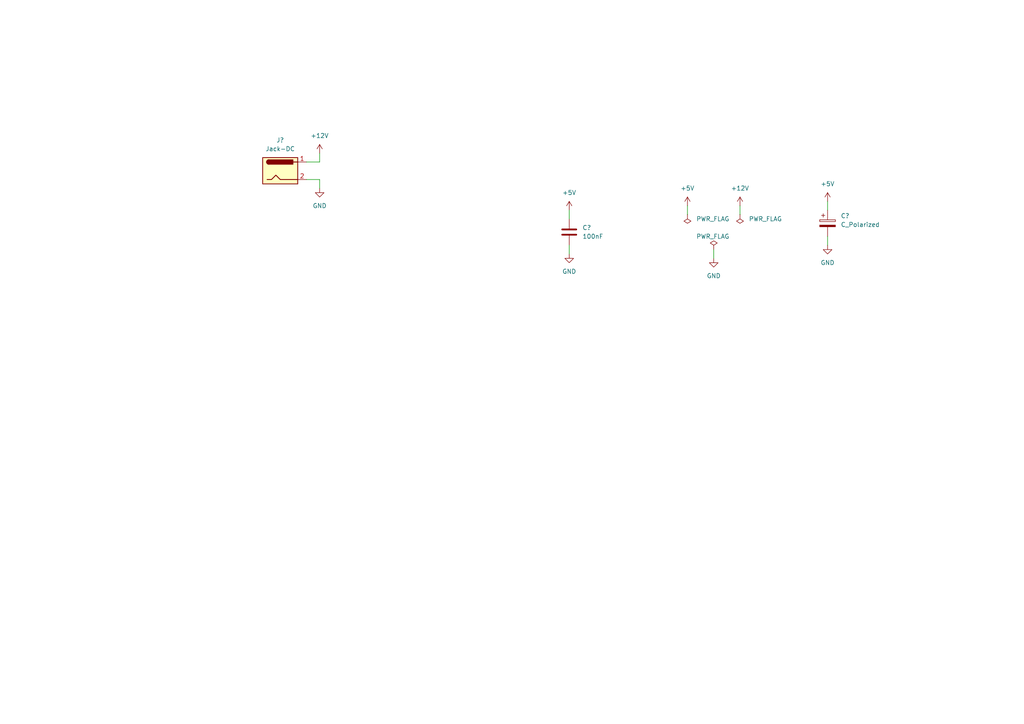
<source format=kicad_sch>
(kicad_sch (version 20211123) (generator eeschema)

  (uuid f1d6f7b2-2857-42b2-9dc1-ee125ef5f1a1)

  (paper "A4")

  (lib_symbols
    (symbol "Connector:Jack-DC" (pin_names (offset 1.016)) (in_bom yes) (on_board yes)
      (property "Reference" "J" (id 0) (at 0 5.334 0)
        (effects (font (size 1.27 1.27)))
      )
      (property "Value" "Jack-DC" (id 1) (at 0 -5.08 0)
        (effects (font (size 1.27 1.27)))
      )
      (property "Footprint" "" (id 2) (at 1.27 -1.016 0)
        (effects (font (size 1.27 1.27)) hide)
      )
      (property "Datasheet" "~" (id 3) (at 1.27 -1.016 0)
        (effects (font (size 1.27 1.27)) hide)
      )
      (property "ki_keywords" "DC power barrel jack connector" (id 4) (at 0 0 0)
        (effects (font (size 1.27 1.27)) hide)
      )
      (property "ki_description" "DC Barrel Jack" (id 5) (at 0 0 0)
        (effects (font (size 1.27 1.27)) hide)
      )
      (property "ki_fp_filters" "BarrelJack*" (id 6) (at 0 0 0)
        (effects (font (size 1.27 1.27)) hide)
      )
      (symbol "Jack-DC_0_1"
        (rectangle (start -5.08 3.81) (end 5.08 -3.81)
          (stroke (width 0.254) (type default) (color 0 0 0 0))
          (fill (type background))
        )
        (arc (start -3.302 3.175) (mid -3.937 2.54) (end -3.302 1.905)
          (stroke (width 0.254) (type default) (color 0 0 0 0))
          (fill (type none))
        )
        (arc (start -3.302 3.175) (mid -3.937 2.54) (end -3.302 1.905)
          (stroke (width 0.254) (type default) (color 0 0 0 0))
          (fill (type outline))
        )
        (polyline
          (pts
            (xy 5.08 2.54)
            (xy 3.81 2.54)
          )
          (stroke (width 0.254) (type default) (color 0 0 0 0))
          (fill (type none))
        )
        (polyline
          (pts
            (xy -3.81 -2.54)
            (xy -2.54 -2.54)
            (xy -1.27 -1.27)
            (xy 0 -2.54)
            (xy 2.54 -2.54)
            (xy 5.08 -2.54)
          )
          (stroke (width 0.254) (type default) (color 0 0 0 0))
          (fill (type none))
        )
        (rectangle (start 3.683 3.175) (end -3.302 1.905)
          (stroke (width 0.254) (type default) (color 0 0 0 0))
          (fill (type outline))
        )
      )
      (symbol "Jack-DC_1_1"
        (pin passive line (at 7.62 2.54 180) (length 2.54)
          (name "~" (effects (font (size 1.27 1.27))))
          (number "1" (effects (font (size 1.27 1.27))))
        )
        (pin passive line (at 7.62 -2.54 180) (length 2.54)
          (name "~" (effects (font (size 1.27 1.27))))
          (number "2" (effects (font (size 1.27 1.27))))
        )
      )
    )
    (symbol "Device:C" (pin_numbers hide) (pin_names (offset 0.254)) (in_bom yes) (on_board yes)
      (property "Reference" "C" (id 0) (at 0.635 2.54 0)
        (effects (font (size 1.27 1.27)) (justify left))
      )
      (property "Value" "C" (id 1) (at 0.635 -2.54 0)
        (effects (font (size 1.27 1.27)) (justify left))
      )
      (property "Footprint" "" (id 2) (at 0.9652 -3.81 0)
        (effects (font (size 1.27 1.27)) hide)
      )
      (property "Datasheet" "~" (id 3) (at 0 0 0)
        (effects (font (size 1.27 1.27)) hide)
      )
      (property "ki_keywords" "cap capacitor" (id 4) (at 0 0 0)
        (effects (font (size 1.27 1.27)) hide)
      )
      (property "ki_description" "Unpolarized capacitor" (id 5) (at 0 0 0)
        (effects (font (size 1.27 1.27)) hide)
      )
      (property "ki_fp_filters" "C_*" (id 6) (at 0 0 0)
        (effects (font (size 1.27 1.27)) hide)
      )
      (symbol "C_0_1"
        (polyline
          (pts
            (xy -2.032 -0.762)
            (xy 2.032 -0.762)
          )
          (stroke (width 0.508) (type default) (color 0 0 0 0))
          (fill (type none))
        )
        (polyline
          (pts
            (xy -2.032 0.762)
            (xy 2.032 0.762)
          )
          (stroke (width 0.508) (type default) (color 0 0 0 0))
          (fill (type none))
        )
      )
      (symbol "C_1_1"
        (pin passive line (at 0 3.81 270) (length 2.794)
          (name "~" (effects (font (size 1.27 1.27))))
          (number "1" (effects (font (size 1.27 1.27))))
        )
        (pin passive line (at 0 -3.81 90) (length 2.794)
          (name "~" (effects (font (size 1.27 1.27))))
          (number "2" (effects (font (size 1.27 1.27))))
        )
      )
    )
    (symbol "Device:C_Polarized" (pin_numbers hide) (pin_names (offset 0.254)) (in_bom yes) (on_board yes)
      (property "Reference" "C" (id 0) (at 0.635 2.54 0)
        (effects (font (size 1.27 1.27)) (justify left))
      )
      (property "Value" "C_Polarized" (id 1) (at 0.635 -2.54 0)
        (effects (font (size 1.27 1.27)) (justify left))
      )
      (property "Footprint" "" (id 2) (at 0.9652 -3.81 0)
        (effects (font (size 1.27 1.27)) hide)
      )
      (property "Datasheet" "~" (id 3) (at 0 0 0)
        (effects (font (size 1.27 1.27)) hide)
      )
      (property "ki_keywords" "cap capacitor" (id 4) (at 0 0 0)
        (effects (font (size 1.27 1.27)) hide)
      )
      (property "ki_description" "Polarized capacitor" (id 5) (at 0 0 0)
        (effects (font (size 1.27 1.27)) hide)
      )
      (property "ki_fp_filters" "CP_*" (id 6) (at 0 0 0)
        (effects (font (size 1.27 1.27)) hide)
      )
      (symbol "C_Polarized_0_1"
        (rectangle (start -2.286 0.508) (end 2.286 1.016)
          (stroke (width 0) (type default) (color 0 0 0 0))
          (fill (type none))
        )
        (polyline
          (pts
            (xy -1.778 2.286)
            (xy -0.762 2.286)
          )
          (stroke (width 0) (type default) (color 0 0 0 0))
          (fill (type none))
        )
        (polyline
          (pts
            (xy -1.27 2.794)
            (xy -1.27 1.778)
          )
          (stroke (width 0) (type default) (color 0 0 0 0))
          (fill (type none))
        )
        (rectangle (start 2.286 -0.508) (end -2.286 -1.016)
          (stroke (width 0) (type default) (color 0 0 0 0))
          (fill (type outline))
        )
      )
      (symbol "C_Polarized_1_1"
        (pin passive line (at 0 3.81 270) (length 2.794)
          (name "~" (effects (font (size 1.27 1.27))))
          (number "1" (effects (font (size 1.27 1.27))))
        )
        (pin passive line (at 0 -3.81 90) (length 2.794)
          (name "~" (effects (font (size 1.27 1.27))))
          (number "2" (effects (font (size 1.27 1.27))))
        )
      )
    )
    (symbol "power:+12V" (power) (pin_names (offset 0)) (in_bom yes) (on_board yes)
      (property "Reference" "#PWR" (id 0) (at 0 -3.81 0)
        (effects (font (size 1.27 1.27)) hide)
      )
      (property "Value" "+12V" (id 1) (at 0 3.556 0)
        (effects (font (size 1.27 1.27)))
      )
      (property "Footprint" "" (id 2) (at 0 0 0)
        (effects (font (size 1.27 1.27)) hide)
      )
      (property "Datasheet" "" (id 3) (at 0 0 0)
        (effects (font (size 1.27 1.27)) hide)
      )
      (property "ki_keywords" "power-flag" (id 4) (at 0 0 0)
        (effects (font (size 1.27 1.27)) hide)
      )
      (property "ki_description" "Power symbol creates a global label with name \"+12V\"" (id 5) (at 0 0 0)
        (effects (font (size 1.27 1.27)) hide)
      )
      (symbol "+12V_0_1"
        (polyline
          (pts
            (xy -0.762 1.27)
            (xy 0 2.54)
          )
          (stroke (width 0) (type default) (color 0 0 0 0))
          (fill (type none))
        )
        (polyline
          (pts
            (xy 0 0)
            (xy 0 2.54)
          )
          (stroke (width 0) (type default) (color 0 0 0 0))
          (fill (type none))
        )
        (polyline
          (pts
            (xy 0 2.54)
            (xy 0.762 1.27)
          )
          (stroke (width 0) (type default) (color 0 0 0 0))
          (fill (type none))
        )
      )
      (symbol "+12V_1_1"
        (pin power_in line (at 0 0 90) (length 0) hide
          (name "+12V" (effects (font (size 1.27 1.27))))
          (number "1" (effects (font (size 1.27 1.27))))
        )
      )
    )
    (symbol "power:+5V" (power) (pin_names (offset 0)) (in_bom yes) (on_board yes)
      (property "Reference" "#PWR" (id 0) (at 0 -3.81 0)
        (effects (font (size 1.27 1.27)) hide)
      )
      (property "Value" "+5V" (id 1) (at 0 3.556 0)
        (effects (font (size 1.27 1.27)))
      )
      (property "Footprint" "" (id 2) (at 0 0 0)
        (effects (font (size 1.27 1.27)) hide)
      )
      (property "Datasheet" "" (id 3) (at 0 0 0)
        (effects (font (size 1.27 1.27)) hide)
      )
      (property "ki_keywords" "power-flag" (id 4) (at 0 0 0)
        (effects (font (size 1.27 1.27)) hide)
      )
      (property "ki_description" "Power symbol creates a global label with name \"+5V\"" (id 5) (at 0 0 0)
        (effects (font (size 1.27 1.27)) hide)
      )
      (symbol "+5V_0_1"
        (polyline
          (pts
            (xy -0.762 1.27)
            (xy 0 2.54)
          )
          (stroke (width 0) (type default) (color 0 0 0 0))
          (fill (type none))
        )
        (polyline
          (pts
            (xy 0 0)
            (xy 0 2.54)
          )
          (stroke (width 0) (type default) (color 0 0 0 0))
          (fill (type none))
        )
        (polyline
          (pts
            (xy 0 2.54)
            (xy 0.762 1.27)
          )
          (stroke (width 0) (type default) (color 0 0 0 0))
          (fill (type none))
        )
      )
      (symbol "+5V_1_1"
        (pin power_in line (at 0 0 90) (length 0) hide
          (name "+5V" (effects (font (size 1.27 1.27))))
          (number "1" (effects (font (size 1.27 1.27))))
        )
      )
    )
    (symbol "power:GND" (power) (pin_names (offset 0)) (in_bom yes) (on_board yes)
      (property "Reference" "#PWR" (id 0) (at 0 -6.35 0)
        (effects (font (size 1.27 1.27)) hide)
      )
      (property "Value" "GND" (id 1) (at 0 -3.81 0)
        (effects (font (size 1.27 1.27)))
      )
      (property "Footprint" "" (id 2) (at 0 0 0)
        (effects (font (size 1.27 1.27)) hide)
      )
      (property "Datasheet" "" (id 3) (at 0 0 0)
        (effects (font (size 1.27 1.27)) hide)
      )
      (property "ki_keywords" "power-flag" (id 4) (at 0 0 0)
        (effects (font (size 1.27 1.27)) hide)
      )
      (property "ki_description" "Power symbol creates a global label with name \"GND\" , ground" (id 5) (at 0 0 0)
        (effects (font (size 1.27 1.27)) hide)
      )
      (symbol "GND_0_1"
        (polyline
          (pts
            (xy 0 0)
            (xy 0 -1.27)
            (xy 1.27 -1.27)
            (xy 0 -2.54)
            (xy -1.27 -1.27)
            (xy 0 -1.27)
          )
          (stroke (width 0) (type default) (color 0 0 0 0))
          (fill (type none))
        )
      )
      (symbol "GND_1_1"
        (pin power_in line (at 0 0 270) (length 0) hide
          (name "GND" (effects (font (size 1.27 1.27))))
          (number "1" (effects (font (size 1.27 1.27))))
        )
      )
    )
    (symbol "power:PWR_FLAG" (power) (pin_numbers hide) (pin_names (offset 0) hide) (in_bom yes) (on_board yes)
      (property "Reference" "#FLG" (id 0) (at 0 1.905 0)
        (effects (font (size 1.27 1.27)) hide)
      )
      (property "Value" "PWR_FLAG" (id 1) (at 0 3.81 0)
        (effects (font (size 1.27 1.27)))
      )
      (property "Footprint" "" (id 2) (at 0 0 0)
        (effects (font (size 1.27 1.27)) hide)
      )
      (property "Datasheet" "~" (id 3) (at 0 0 0)
        (effects (font (size 1.27 1.27)) hide)
      )
      (property "ki_keywords" "power-flag" (id 4) (at 0 0 0)
        (effects (font (size 1.27 1.27)) hide)
      )
      (property "ki_description" "Special symbol for telling ERC where power comes from" (id 5) (at 0 0 0)
        (effects (font (size 1.27 1.27)) hide)
      )
      (symbol "PWR_FLAG_0_0"
        (pin power_out line (at 0 0 90) (length 0)
          (name "pwr" (effects (font (size 1.27 1.27))))
          (number "1" (effects (font (size 1.27 1.27))))
        )
      )
      (symbol "PWR_FLAG_0_1"
        (polyline
          (pts
            (xy 0 0)
            (xy 0 1.27)
            (xy -1.016 1.905)
            (xy 0 2.54)
            (xy 1.016 1.905)
            (xy 0 1.27)
          )
          (stroke (width 0) (type default) (color 0 0 0 0))
          (fill (type none))
        )
      )
    )
  )


  (wire (pts (xy 240.03 58.42) (xy 240.03 60.96))
    (stroke (width 0) (type default) (color 0 0 0 0))
    (uuid 0721a108-c45e-4ca1-a7d0-867f7de0040f)
  )
  (wire (pts (xy 199.39 62.23) (xy 199.39 59.69))
    (stroke (width 0) (type default) (color 0 0 0 0))
    (uuid 1c85e631-ef91-467b-b0e2-8a961b5b87dc)
  )
  (wire (pts (xy 165.1 60.96) (xy 165.1 63.5))
    (stroke (width 0) (type default) (color 0 0 0 0))
    (uuid 2994aaa2-8ec0-4f34-b307-16c351c798c9)
  )
  (wire (pts (xy 240.03 68.58) (xy 240.03 71.12))
    (stroke (width 0) (type default) (color 0 0 0 0))
    (uuid 44b94cd5-4407-41c9-9ebd-37dd1332bedf)
  )
  (wire (pts (xy 92.71 52.07) (xy 92.71 54.61))
    (stroke (width 0) (type default) (color 0 0 0 0))
    (uuid 46d0f6bb-4557-47b6-8d4c-1a4030852815)
  )
  (wire (pts (xy 88.9 46.99) (xy 92.71 46.99))
    (stroke (width 0) (type default) (color 0 0 0 0))
    (uuid 52c38391-aed9-42f4-8f32-41460beda49c)
  )
  (wire (pts (xy 165.1 71.12) (xy 165.1 73.66))
    (stroke (width 0) (type default) (color 0 0 0 0))
    (uuid 59472439-f252-422e-bb91-ccae25225e45)
  )
  (wire (pts (xy 207.01 72.39) (xy 207.01 74.93))
    (stroke (width 0) (type default) (color 0 0 0 0))
    (uuid 65c4f7b2-fafd-4808-b406-f567de66ad30)
  )
  (wire (pts (xy 214.63 59.69) (xy 214.63 62.23))
    (stroke (width 0) (type default) (color 0 0 0 0))
    (uuid 78689143-514d-40e7-84ab-d326b215e50d)
  )
  (wire (pts (xy 92.71 46.99) (xy 92.71 44.45))
    (stroke (width 0) (type default) (color 0 0 0 0))
    (uuid a30c0bbb-e6b4-4217-95c6-5268935283a9)
  )
  (wire (pts (xy 88.9 52.07) (xy 92.71 52.07))
    (stroke (width 0) (type default) (color 0 0 0 0))
    (uuid e61313de-a5dc-40aa-a4f4-fa6fc81760f4)
  )

  (symbol (lib_id "power:GND") (at 207.01 74.93 0) (unit 1)
    (in_bom yes) (on_board yes) (fields_autoplaced)
    (uuid 02c80dd3-2355-403c-a2d2-1820c0e4ebd4)
    (property "Reference" "#PWR?" (id 0) (at 207.01 81.28 0)
      (effects (font (size 1.27 1.27)) hide)
    )
    (property "Value" "GND" (id 1) (at 207.01 80.01 0))
    (property "Footprint" "" (id 2) (at 207.01 74.93 0)
      (effects (font (size 1.27 1.27)) hide)
    )
    (property "Datasheet" "" (id 3) (at 207.01 74.93 0)
      (effects (font (size 1.27 1.27)) hide)
    )
    (pin "1" (uuid d7aa5648-e188-4edb-9f51-c707a7f2cc6b))
  )

  (symbol (lib_id "power:GND") (at 92.71 54.61 0) (unit 1)
    (in_bom yes) (on_board yes) (fields_autoplaced)
    (uuid 1d8244bd-075a-436f-bef3-f93eced2ce27)
    (property "Reference" "#PWR?" (id 0) (at 92.71 60.96 0)
      (effects (font (size 1.27 1.27)) hide)
    )
    (property "Value" "GND" (id 1) (at 92.71 59.69 0))
    (property "Footprint" "" (id 2) (at 92.71 54.61 0)
      (effects (font (size 1.27 1.27)) hide)
    )
    (property "Datasheet" "" (id 3) (at 92.71 54.61 0)
      (effects (font (size 1.27 1.27)) hide)
    )
    (pin "1" (uuid 222d5816-8a42-44d5-8f29-ba29df19d042))
  )

  (symbol (lib_id "power:+5V") (at 199.39 59.69 0) (unit 1)
    (in_bom yes) (on_board yes) (fields_autoplaced)
    (uuid 2aca3576-ba80-440f-af39-eb32f09b5e6e)
    (property "Reference" "#PWR?" (id 0) (at 199.39 63.5 0)
      (effects (font (size 1.27 1.27)) hide)
    )
    (property "Value" "+5V" (id 1) (at 199.39 54.61 0))
    (property "Footprint" "" (id 2) (at 199.39 59.69 0)
      (effects (font (size 1.27 1.27)) hide)
    )
    (property "Datasheet" "" (id 3) (at 199.39 59.69 0)
      (effects (font (size 1.27 1.27)) hide)
    )
    (pin "1" (uuid 1458b243-4e4a-4181-b331-bd35abb82a22))
  )

  (symbol (lib_id "power:+12V") (at 214.63 59.69 0) (unit 1)
    (in_bom yes) (on_board yes) (fields_autoplaced)
    (uuid 381f5305-9e29-42f0-952a-0be79780098a)
    (property "Reference" "#PWR?" (id 0) (at 214.63 63.5 0)
      (effects (font (size 1.27 1.27)) hide)
    )
    (property "Value" "+12V" (id 1) (at 214.63 54.61 0))
    (property "Footprint" "" (id 2) (at 214.63 59.69 0)
      (effects (font (size 1.27 1.27)) hide)
    )
    (property "Datasheet" "" (id 3) (at 214.63 59.69 0)
      (effects (font (size 1.27 1.27)) hide)
    )
    (pin "1" (uuid cc385688-fffc-4e5d-a0c0-9008a1d650d9))
  )

  (symbol (lib_id "power:+5V") (at 240.03 58.42 0) (unit 1)
    (in_bom yes) (on_board yes) (fields_autoplaced)
    (uuid 4ec152e1-a27e-41d4-94a9-99619660c7dc)
    (property "Reference" "#PWR?" (id 0) (at 240.03 62.23 0)
      (effects (font (size 1.27 1.27)) hide)
    )
    (property "Value" "+5V" (id 1) (at 240.03 53.34 0))
    (property "Footprint" "" (id 2) (at 240.03 58.42 0)
      (effects (font (size 1.27 1.27)) hide)
    )
    (property "Datasheet" "" (id 3) (at 240.03 58.42 0)
      (effects (font (size 1.27 1.27)) hide)
    )
    (pin "1" (uuid 2b35c6ff-c703-416c-b86b-b5969537a1d7))
  )

  (symbol (lib_id "power:PWR_FLAG") (at 207.01 72.39 0) (unit 1)
    (in_bom yes) (on_board yes)
    (uuid 50fdcada-93f2-45fe-b89b-945e77417be2)
    (property "Reference" "#FLG?" (id 0) (at 207.01 70.485 0)
      (effects (font (size 1.27 1.27)) hide)
    )
    (property "Value" "PWR_FLAG" (id 1) (at 201.93 68.58 0)
      (effects (font (size 1.27 1.27)) (justify left))
    )
    (property "Footprint" "" (id 2) (at 207.01 72.39 0)
      (effects (font (size 1.27 1.27)) hide)
    )
    (property "Datasheet" "~" (id 3) (at 207.01 72.39 0)
      (effects (font (size 1.27 1.27)) hide)
    )
    (pin "1" (uuid 0c78908e-5879-49b5-90cf-c415ac045676))
  )

  (symbol (lib_id "power:PWR_FLAG") (at 214.63 62.23 180) (unit 1)
    (in_bom yes) (on_board yes) (fields_autoplaced)
    (uuid 6e432831-4125-45a4-8f95-c839dbee6529)
    (property "Reference" "#FLG?" (id 0) (at 214.63 64.135 0)
      (effects (font (size 1.27 1.27)) hide)
    )
    (property "Value" "PWR_FLAG" (id 1) (at 217.17 63.4999 0)
      (effects (font (size 1.27 1.27)) (justify right))
    )
    (property "Footprint" "" (id 2) (at 214.63 62.23 0)
      (effects (font (size 1.27 1.27)) hide)
    )
    (property "Datasheet" "~" (id 3) (at 214.63 62.23 0)
      (effects (font (size 1.27 1.27)) hide)
    )
    (pin "1" (uuid 97676ec3-83cb-49e0-9b07-5d12dd7d35e3))
  )

  (symbol (lib_id "power:+12V") (at 92.71 44.45 0) (unit 1)
    (in_bom yes) (on_board yes) (fields_autoplaced)
    (uuid 818a1e78-c940-40bf-bae7-a15d9f402cd9)
    (property "Reference" "#PWR?" (id 0) (at 92.71 48.26 0)
      (effects (font (size 1.27 1.27)) hide)
    )
    (property "Value" "+12V" (id 1) (at 92.71 39.37 0))
    (property "Footprint" "" (id 2) (at 92.71 44.45 0)
      (effects (font (size 1.27 1.27)) hide)
    )
    (property "Datasheet" "" (id 3) (at 92.71 44.45 0)
      (effects (font (size 1.27 1.27)) hide)
    )
    (pin "1" (uuid c56571b7-92ae-4d07-bf5b-bb24a1f0c9bd))
  )

  (symbol (lib_id "Connector:Jack-DC") (at 81.28 49.53 0) (unit 1)
    (in_bom yes) (on_board yes) (fields_autoplaced)
    (uuid 96488a65-ac27-4517-9e2f-4cd5d400a742)
    (property "Reference" "J?" (id 0) (at 81.28 40.64 0))
    (property "Value" "Jack-DC" (id 1) (at 81.28 43.18 0))
    (property "Footprint" "" (id 2) (at 82.55 50.546 0)
      (effects (font (size 1.27 1.27)) hide)
    )
    (property "Datasheet" "~" (id 3) (at 82.55 50.546 0)
      (effects (font (size 1.27 1.27)) hide)
    )
    (pin "1" (uuid 23187393-b31d-47c0-8d50-51cd84465313))
    (pin "2" (uuid 6e313a57-a920-4689-9655-1a0374098e8b))
  )

  (symbol (lib_id "Device:C_Polarized") (at 240.03 64.77 0) (unit 1)
    (in_bom yes) (on_board yes) (fields_autoplaced)
    (uuid 9d03d236-3602-4fff-86f7-30fcc8f837d8)
    (property "Reference" "C?" (id 0) (at 243.84 62.6109 0)
      (effects (font (size 1.27 1.27)) (justify left))
    )
    (property "Value" "C_Polarized" (id 1) (at 243.84 65.1509 0)
      (effects (font (size 1.27 1.27)) (justify left))
    )
    (property "Footprint" "" (id 2) (at 240.9952 68.58 0)
      (effects (font (size 1.27 1.27)) hide)
    )
    (property "Datasheet" "~" (id 3) (at 240.03 64.77 0)
      (effects (font (size 1.27 1.27)) hide)
    )
    (pin "1" (uuid 7679edba-eef8-4ca3-897d-39e64fcb10c9))
    (pin "2" (uuid b4fd95fc-1be4-4fae-8fbc-c9161fc61c8b))
  )

  (symbol (lib_id "Device:C") (at 165.1 67.31 0) (unit 1)
    (in_bom yes) (on_board yes) (fields_autoplaced)
    (uuid afa1f500-cbc5-4177-b199-bddf79f2dec3)
    (property "Reference" "C?" (id 0) (at 168.91 66.0399 0)
      (effects (font (size 1.27 1.27)) (justify left))
    )
    (property "Value" "100nF" (id 1) (at 168.91 68.5799 0)
      (effects (font (size 1.27 1.27)) (justify left))
    )
    (property "Footprint" "" (id 2) (at 166.0652 71.12 0)
      (effects (font (size 1.27 1.27)) hide)
    )
    (property "Datasheet" "~" (id 3) (at 165.1 67.31 0)
      (effects (font (size 1.27 1.27)) hide)
    )
    (pin "1" (uuid b5707259-6fc5-40d1-a311-a47cf528e663))
    (pin "2" (uuid 9e6a90cc-20a1-4e38-be9c-e68b320a0291))
  )

  (symbol (lib_id "power:GND") (at 165.1 73.66 0) (unit 1)
    (in_bom yes) (on_board yes) (fields_autoplaced)
    (uuid b723940e-1367-4e5c-9fce-e2cddb303547)
    (property "Reference" "#PWR?" (id 0) (at 165.1 80.01 0)
      (effects (font (size 1.27 1.27)) hide)
    )
    (property "Value" "GND" (id 1) (at 165.1 78.74 0))
    (property "Footprint" "" (id 2) (at 165.1 73.66 0)
      (effects (font (size 1.27 1.27)) hide)
    )
    (property "Datasheet" "" (id 3) (at 165.1 73.66 0)
      (effects (font (size 1.27 1.27)) hide)
    )
    (pin "1" (uuid e53fd505-37a5-4a8b-8dc6-1c7471ef5fc2))
  )

  (symbol (lib_id "power:PWR_FLAG") (at 199.39 62.23 180) (unit 1)
    (in_bom yes) (on_board yes) (fields_autoplaced)
    (uuid d4c348c8-dfbb-4cbf-9596-a45642d9bdb1)
    (property "Reference" "#FLG?" (id 0) (at 199.39 64.135 0)
      (effects (font (size 1.27 1.27)) hide)
    )
    (property "Value" "PWR_FLAG" (id 1) (at 201.93 63.4999 0)
      (effects (font (size 1.27 1.27)) (justify right))
    )
    (property "Footprint" "" (id 2) (at 199.39 62.23 0)
      (effects (font (size 1.27 1.27)) hide)
    )
    (property "Datasheet" "~" (id 3) (at 199.39 62.23 0)
      (effects (font (size 1.27 1.27)) hide)
    )
    (pin "1" (uuid f47bc4e3-e2e5-4bca-b010-f59353db70c8))
  )

  (symbol (lib_id "power:GND") (at 240.03 71.12 0) (unit 1)
    (in_bom yes) (on_board yes) (fields_autoplaced)
    (uuid f4179271-7aba-4de3-abde-1c098b590b25)
    (property "Reference" "#PWR?" (id 0) (at 240.03 77.47 0)
      (effects (font (size 1.27 1.27)) hide)
    )
    (property "Value" "GND" (id 1) (at 240.03 76.2 0))
    (property "Footprint" "" (id 2) (at 240.03 71.12 0)
      (effects (font (size 1.27 1.27)) hide)
    )
    (property "Datasheet" "" (id 3) (at 240.03 71.12 0)
      (effects (font (size 1.27 1.27)) hide)
    )
    (pin "1" (uuid 89c48f8d-15cd-4907-9a86-e6b00465c157))
  )

  (symbol (lib_id "power:+5V") (at 165.1 60.96 0) (unit 1)
    (in_bom yes) (on_board yes) (fields_autoplaced)
    (uuid f69bfc50-669b-4cd4-b2af-d79da5b5636f)
    (property "Reference" "#PWR?" (id 0) (at 165.1 64.77 0)
      (effects (font (size 1.27 1.27)) hide)
    )
    (property "Value" "+5V" (id 1) (at 165.1 55.88 0))
    (property "Footprint" "" (id 2) (at 165.1 60.96 0)
      (effects (font (size 1.27 1.27)) hide)
    )
    (property "Datasheet" "" (id 3) (at 165.1 60.96 0)
      (effects (font (size 1.27 1.27)) hide)
    )
    (pin "1" (uuid da43aa1e-2088-4c7b-85db-eed7bbfd7e6f))
  )
)

</source>
